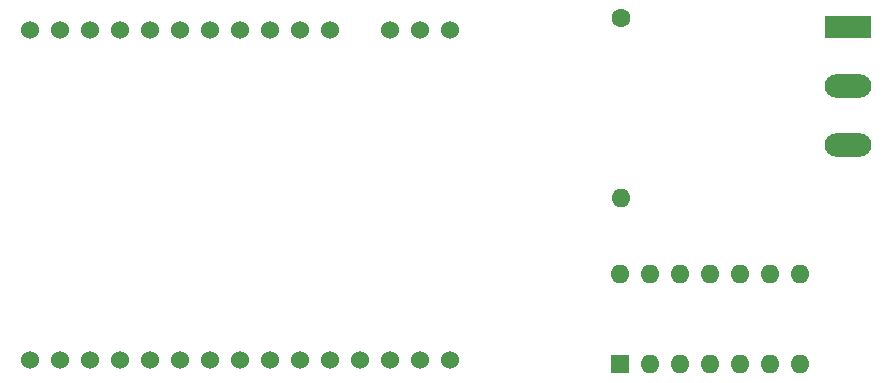
<source format=gbr>
%TF.GenerationSoftware,KiCad,Pcbnew,(6.0.10)*%
%TF.CreationDate,2023-01-27T13:30:17-06:00*%
%TF.ProjectId,H2O-Esquem_tico_JDver2-KiCad,48324f2d-4573-4717-9565-6de17469636f,rev?*%
%TF.SameCoordinates,Original*%
%TF.FileFunction,Soldermask,Bot*%
%TF.FilePolarity,Negative*%
%FSLAX46Y46*%
G04 Gerber Fmt 4.6, Leading zero omitted, Abs format (unit mm)*
G04 Created by KiCad (PCBNEW (6.0.10)) date 2023-01-27 13:30:17*
%MOMM*%
%LPD*%
G01*
G04 APERTURE LIST*
%ADD10R,3.960000X1.980000*%
%ADD11O,3.960000X1.980000*%
%ADD12R,1.600000X1.600000*%
%ADD13O,1.600000X1.600000*%
%ADD14C,1.524000*%
%ADD15C,1.600000*%
G04 APERTURE END LIST*
D10*
%TO.C,J8*%
X158155000Y-54320000D03*
D11*
X158155000Y-59320000D03*
X158155000Y-64320000D03*
%TD*%
D12*
%TO.C,U2*%
X138870000Y-82920000D03*
D13*
X141410000Y-82920000D03*
X143950000Y-82920000D03*
X146490000Y-82920000D03*
X149030000Y-82920000D03*
X151570000Y-82920000D03*
X154110000Y-82920000D03*
X154110000Y-75300000D03*
X151570000Y-75300000D03*
X149030000Y-75300000D03*
X146490000Y-75300000D03*
X143950000Y-75300000D03*
X141410000Y-75300000D03*
X138870000Y-75300000D03*
%TD*%
D14*
%TO.C,U1*%
X124460000Y-54610000D03*
X121920000Y-54610000D03*
X119380000Y-54610000D03*
X114300000Y-54610000D03*
X111760000Y-54610000D03*
X109220000Y-54610000D03*
X106680000Y-54610000D03*
X104140000Y-54610000D03*
X101600000Y-54610000D03*
X99060000Y-54610000D03*
X96520000Y-54610000D03*
X93980000Y-54610000D03*
X91440000Y-54610000D03*
X88900000Y-54610000D03*
X88900000Y-82550000D03*
X91440000Y-82550000D03*
X93980000Y-82550000D03*
X96520000Y-82550000D03*
X99060000Y-82550000D03*
X101600000Y-82550000D03*
X104140000Y-82550000D03*
X106680000Y-82550000D03*
X109220000Y-82550000D03*
X111760000Y-82550000D03*
X114300000Y-82550000D03*
X116840000Y-82550000D03*
X119380000Y-82550000D03*
X121920000Y-82550000D03*
X124460000Y-82550000D03*
%TD*%
D15*
%TO.C,1K8*%
X138875000Y-53620000D03*
D13*
X138875000Y-68860000D03*
%TD*%
M02*

</source>
